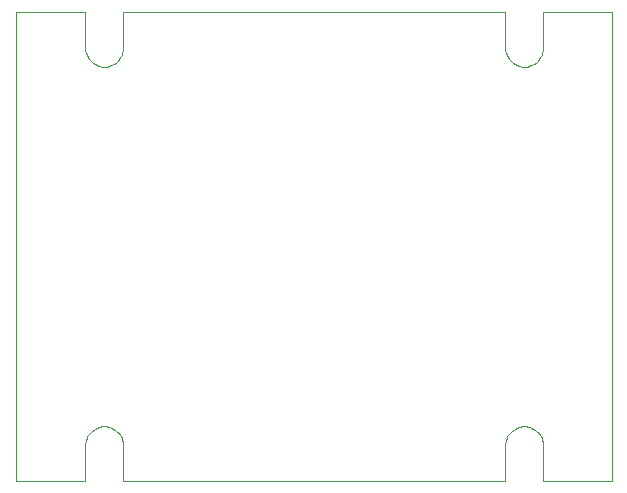
<source format=gm1>
%TF.GenerationSoftware,KiCad,Pcbnew,(6.0.0-0)*%
%TF.CreationDate,2022-02-15T14:33:40+00:00*%
%TF.ProjectId,waffles-1u,77616666-6c65-4732-9d31-752e6b696361,rev?*%
%TF.SameCoordinates,Original*%
%TF.FileFunction,Profile,NP*%
%FSLAX46Y46*%
G04 Gerber Fmt 4.6, Leading zero omitted, Abs format (unit mm)*
G04 Created by KiCad (PCBNEW (6.0.0-0)) date 2022-02-15 14:33:40*
%MOMM*%
%LPD*%
G01*
G04 APERTURE LIST*
%TA.AperFunction,Profile*%
%ADD10C,0.100000*%
%TD*%
G04 APERTURE END LIST*
D10*
%TO.C,Ref\u002A\u002A*%
X156148400Y-120414500D02*
X156282700Y-120494800D01*
X155188300Y-89762600D02*
X154984200Y-89722410D01*
X156873200Y-121213700D02*
X156925800Y-121360700D01*
X121246510Y-121072600D02*
X121313210Y-121213700D01*
X154418500Y-89443490D02*
X154261200Y-89304940D01*
X155805800Y-89722410D02*
X155601700Y-89762600D01*
X155601700Y-89762600D02*
X155395000Y-89776000D01*
X156528800Y-89304940D02*
X156371500Y-89443490D01*
X121220640Y-88976000D02*
X121105670Y-89148340D01*
X119676860Y-120233800D02*
X119835000Y-120226000D01*
X120300340Y-120295200D02*
X120447290Y-120347800D01*
X156526400Y-120694600D02*
X156632700Y-120812000D01*
X153826000Y-121512400D02*
X153864200Y-121360700D01*
X156665700Y-89148340D02*
X156528800Y-89304940D01*
X118858490Y-89443490D02*
X118701150Y-89304940D01*
X118304160Y-121360700D02*
X118356790Y-121213700D01*
X155395000Y-120226000D02*
X155553100Y-120233800D01*
X153809100Y-88387940D02*
X153795000Y-88176000D01*
X120811510Y-89443490D02*
X120635000Y-89561640D01*
X153802800Y-121667900D02*
X153826000Y-121512400D01*
X121420930Y-88387940D02*
X121379620Y-88593470D01*
X156726200Y-120938300D02*
X156806500Y-121072600D01*
X119424230Y-89722410D02*
X119225580Y-89655420D01*
X155553100Y-120233800D02*
X155708600Y-120257000D01*
X154157300Y-120812000D02*
X154263600Y-120694600D01*
X153795000Y-121826000D02*
X153802800Y-121667900D01*
X120444420Y-89655420D02*
X120245770Y-89722410D01*
X121072660Y-120812000D02*
X121166180Y-120938300D01*
X118235000Y-88176000D02*
X118235000Y-85176000D01*
X119993140Y-120233800D02*
X120148600Y-120257000D01*
X119835000Y-89776000D02*
X119628270Y-89762600D01*
X118235000Y-85176000D02*
X112335000Y-85176000D01*
X120635000Y-89561640D02*
X120444420Y-89655420D01*
X153917600Y-88790270D02*
X153850400Y-88593470D01*
X121435000Y-85176000D02*
X153795000Y-85176000D01*
X154595000Y-89561640D02*
X154418500Y-89443490D01*
X120148600Y-120257000D02*
X120300340Y-120295200D01*
X120722680Y-120494800D02*
X120849010Y-120588300D01*
X162835000Y-124826000D02*
X156995000Y-124826000D01*
X154263600Y-120694600D02*
X154381000Y-120588300D01*
X156004400Y-89655420D02*
X155805800Y-89722410D01*
X154009400Y-88976000D02*
X153917600Y-88790270D01*
X154984200Y-89722410D02*
X154785600Y-89655420D01*
X155860300Y-120295200D02*
X156007300Y-120347800D01*
X155236900Y-120233800D02*
X155395000Y-120226000D01*
X153795000Y-85176000D02*
X153795000Y-88176000D01*
X118249070Y-88387940D02*
X118235000Y-88176000D01*
X154785600Y-89655420D02*
X154595000Y-89561640D01*
X121435000Y-88176000D02*
X121420930Y-88387940D01*
X121427170Y-121667900D02*
X121435000Y-121826000D01*
X119835000Y-120226000D02*
X119993140Y-120233800D01*
X118242830Y-121667900D02*
X118266030Y-121512400D01*
X119369660Y-120295200D02*
X119521400Y-120257000D01*
X120447290Y-120347800D02*
X120588420Y-120414500D01*
X154124300Y-89148340D02*
X154009400Y-88976000D01*
X120245770Y-89722410D02*
X120041730Y-89762600D01*
X155708600Y-120257000D02*
X155860300Y-120295200D01*
X121379620Y-88593470D02*
X121312400Y-88790270D01*
X154507300Y-120494800D02*
X154641600Y-120414500D01*
X121435000Y-121826000D02*
X121435000Y-124826000D01*
X162835000Y-85176000D02*
X162835000Y-124826000D01*
X156007300Y-120347800D02*
X156148400Y-120414500D01*
X120968850Y-89304940D02*
X120811510Y-89443490D01*
X156987200Y-121667900D02*
X156995000Y-121826000D01*
X118423490Y-121072600D02*
X118503820Y-120938300D01*
X156939600Y-88593470D02*
X156872400Y-88790270D01*
X118235000Y-124826000D02*
X118235000Y-121826000D01*
X119081580Y-120414500D02*
X119222710Y-120347800D01*
X154063800Y-120938300D02*
X154157300Y-120812000D01*
X119035000Y-89561640D02*
X118858490Y-89443490D01*
X121435000Y-88176000D02*
X121435000Y-85176000D01*
X119222710Y-120347800D02*
X119369660Y-120295200D01*
X118356790Y-121213700D02*
X118423490Y-121072600D01*
X155395000Y-89776000D02*
X155188300Y-89762600D01*
X156371500Y-89443490D02*
X156195000Y-89561640D01*
X121435000Y-124826000D02*
X153795000Y-124826000D01*
X154641600Y-120414500D02*
X154782700Y-120347800D01*
X155081400Y-120257000D02*
X155236900Y-120233800D01*
X118290380Y-88593470D02*
X118249070Y-88387940D01*
X156925800Y-121360700D02*
X156964000Y-121512400D01*
X119225580Y-89655420D02*
X119035000Y-89561640D01*
X154782700Y-120347800D02*
X154929700Y-120295200D01*
X156995000Y-85176000D02*
X162835000Y-85176000D01*
X156282700Y-120494800D02*
X156409000Y-120588300D01*
X118947320Y-120494800D02*
X119081580Y-120414500D01*
X120041730Y-89762600D02*
X119835000Y-89776000D01*
X156632700Y-120812000D02*
X156726200Y-120938300D01*
X156995000Y-121826000D02*
X156995000Y-121826000D01*
X118597340Y-120812000D02*
X118703630Y-120694600D01*
X118266030Y-121512400D02*
X118304160Y-121360700D01*
X118449360Y-88976000D02*
X118357600Y-88790270D01*
X112335000Y-124826000D02*
X118235000Y-124826000D01*
X118357600Y-88790270D02*
X118290380Y-88593470D01*
X119628270Y-89762600D02*
X119424230Y-89722410D01*
X118564330Y-89148340D02*
X118449360Y-88976000D01*
X120966370Y-120694600D02*
X121072660Y-120812000D01*
X112335000Y-85176000D02*
X112335000Y-124826000D01*
X153850400Y-88593470D02*
X153809100Y-88387940D01*
X120588420Y-120414500D02*
X120722680Y-120494800D01*
X121313210Y-121213700D02*
X121365840Y-121360700D01*
X153795000Y-124826000D02*
X153795000Y-121826000D01*
X121105670Y-89148340D02*
X120968850Y-89304940D01*
X118701150Y-89304940D02*
X118564330Y-89148340D01*
X154381000Y-120588300D02*
X154507300Y-120494800D01*
X156872400Y-88790270D02*
X156780600Y-88976000D01*
X121166180Y-120938300D02*
X121246510Y-121072600D01*
X153916800Y-121213700D02*
X153983500Y-121072600D01*
X156409000Y-120588300D02*
X156526400Y-120694600D01*
X156995000Y-88176000D02*
X156995000Y-85176000D01*
X156995000Y-121826000D02*
X156995000Y-121826000D01*
X154261200Y-89304940D02*
X154124300Y-89148340D01*
X121312400Y-88790270D02*
X121220640Y-88976000D01*
X156964000Y-121512400D02*
X156987200Y-121667900D01*
X118503820Y-120938300D02*
X118597340Y-120812000D01*
X118820990Y-120588300D02*
X118947320Y-120494800D01*
X156195000Y-89561640D02*
X156004400Y-89655420D01*
X156780600Y-88976000D02*
X156665700Y-89148340D01*
X156980900Y-88387940D02*
X156939600Y-88593470D01*
X118703630Y-120694600D02*
X118820990Y-120588300D01*
X156806500Y-121072600D02*
X156873200Y-121213700D01*
X121403970Y-121512400D02*
X121427170Y-121667900D01*
X156995000Y-88176000D02*
X156980900Y-88387940D01*
X121365840Y-121360700D02*
X121403970Y-121512400D01*
X119521400Y-120257000D02*
X119676860Y-120233800D01*
X118235000Y-121826000D02*
X118242830Y-121667900D01*
X153864200Y-121360700D02*
X153916800Y-121213700D01*
X120849010Y-120588300D02*
X120966370Y-120694600D01*
X156995000Y-124826000D02*
X156995000Y-121826000D01*
X153983500Y-121072600D02*
X154063800Y-120938300D01*
X154929700Y-120295200D02*
X155081400Y-120257000D01*
%TD*%
M02*

</source>
